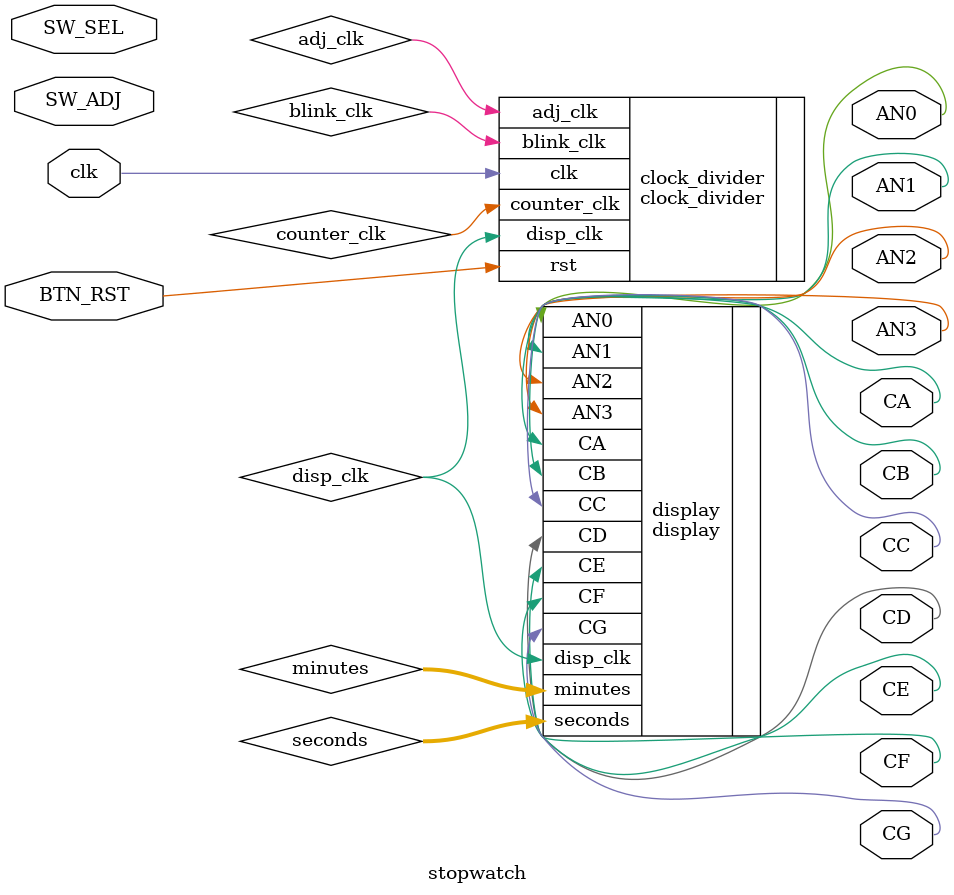
<source format=v>
`timescale 1ns / 1ps
module stopwatch(clk, BTN_RST, SW_ADJ, SW_SEL,
	AN0, AN1, AN2, AN3, CA, CB, CC, CD, CE, CF, CG);

	input clk;
	input BTN_RST;
	input SW_ADJ;
	input SW_SEL;

	output AN0;
	output AN1;
	output AN2;
	output AN3;
	
	output CA;
	output CB;
	output CC;
	output CD;
	output CE;
	output CF;
	output CG;
	
	wire adj_clk;
	wire counter_clk;
	wire disp_clk;
	wire blink_clk;
	
	clock_divider clock_divider(
		.clk(clk),
		.rst(BTN_RST),
		.adj_clk(adj_clk),
		.counter_clk(counter_clk),
		.disp_clk(disp_clk),
		.blink_clk(blink_clk)
	);
	
	wire [31:0] minutes;
	wire [31:0] seconds;
	
//	counter counter(
//		.adj_clk(adj_clk),
//		.counter_clk(counter_clk),
//		.sel(SW_SEL),
//		.adj(SW_ADJ),
//		.rst(BTN_RST),
//		.minutes_out(minutes),
//		.seconds_out(seconds)
//	);
	
	display display(
		.disp_clk(disp_clk),
		.minutes(minutes),
		.seconds(seconds),
		.AN0(AN0),
		.AN1(AN1),
		.AN2(AN2),
		.AN3(AN3),
		.CA(CA),
		.CB(CB),
		.CC(CC),
		.CD(CD),
		.CE(CE),
		.CF(CF),
		.CG(CG)
	);
	


endmodule

</source>
